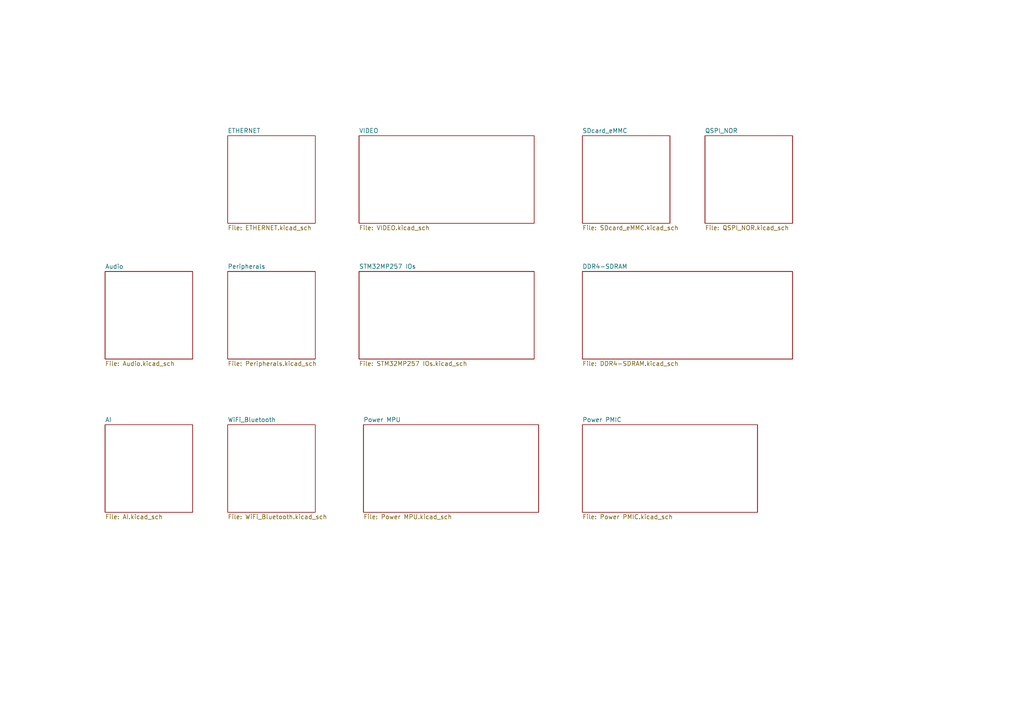
<source format=kicad_sch>
(kicad_sch
	(version 20250114)
	(generator "eeschema")
	(generator_version "9.0")
	(uuid "be544617-72ee-40b0-aa7e-c50946fb785a")
	(paper "A4")
	(title_block
		(title "MES Main Board")
		(date "2025-01-21")
		(rev "1.0")
		(company "Robotics")
	)
	(lib_symbols)
	(sheet
		(at 168.91 39.37)
		(size 25.4 25.4)
		(exclude_from_sim no)
		(in_bom yes)
		(on_board yes)
		(dnp no)
		(fields_autoplaced yes)
		(stroke
			(width 0.1524)
			(type solid)
		)
		(fill
			(color 0 0 0 0.0000)
		)
		(uuid "03e9b00b-72bf-4a66-bf38-637b2404b7cb")
		(property "Sheetname" "SDcard_eMMC"
			(at 168.91 38.6584 0)
			(effects
				(font
					(size 1.27 1.27)
				)
				(justify left bottom)
			)
		)
		(property "Sheetfile" "SDcard_eMMC.kicad_sch"
			(at 168.91 65.3546 0)
			(effects
				(font
					(size 1.27 1.27)
				)
				(justify left top)
			)
		)
		(instances
			(project "MES Main Board"
				(path "/be544617-72ee-40b0-aa7e-c50946fb785a"
					(page "6")
				)
			)
		)
	)
	(sheet
		(at 66.04 39.37)
		(size 25.4 25.4)
		(exclude_from_sim no)
		(in_bom yes)
		(on_board yes)
		(dnp no)
		(fields_autoplaced yes)
		(stroke
			(width 0.1524)
			(type solid)
		)
		(fill
			(color 0 0 0 0.0000)
		)
		(uuid "0a55e677-55f6-454d-b5b0-668472d99a26")
		(property "Sheetname" "ETHERNET"
			(at 66.04 38.6584 0)
			(effects
				(font
					(size 1.27 1.27)
				)
				(justify left bottom)
			)
		)
		(property "Sheetfile" "ETHERNET.kicad_sch"
			(at 66.04 65.3546 0)
			(effects
				(font
					(size 1.27 1.27)
				)
				(justify left top)
			)
		)
		(instances
			(project "MES Main Board"
				(path "/be544617-72ee-40b0-aa7e-c50946fb785a"
					(page "11")
				)
			)
		)
	)
	(sheet
		(at 104.14 39.37)
		(size 50.8 25.4)
		(exclude_from_sim no)
		(in_bom yes)
		(on_board yes)
		(dnp no)
		(fields_autoplaced yes)
		(stroke
			(width 0.1524)
			(type solid)
		)
		(fill
			(color 0 0 0 0.0000)
		)
		(uuid "0bd439ab-3e71-48f6-b227-2f88a2c6de0f")
		(property "Sheetname" "VIDEO"
			(at 104.14 38.6584 0)
			(effects
				(font
					(size 1.27 1.27)
				)
				(justify left bottom)
			)
		)
		(property "Sheetfile" "VIDEO.kicad_sch"
			(at 104.14 65.3546 0)
			(effects
				(font
					(size 1.27 1.27)
				)
				(justify left top)
			)
		)
		(instances
			(project "MES Main Board"
				(path "/be544617-72ee-40b0-aa7e-c50946fb785a"
					(page "8")
				)
			)
		)
	)
	(sheet
		(at 66.04 78.74)
		(size 25.4 25.4)
		(exclude_from_sim no)
		(in_bom yes)
		(on_board yes)
		(dnp no)
		(fields_autoplaced yes)
		(stroke
			(width 0.1524)
			(type solid)
		)
		(fill
			(color 0 0 0 0.0000)
		)
		(uuid "135a5809-9728-45ad-9224-6d96cb0e8113")
		(property "Sheetname" "Peripherals"
			(at 66.04 78.0284 0)
			(effects
				(font
					(size 1.27 1.27)
				)
				(justify left bottom)
			)
		)
		(property "Sheetfile" "Peripherals.kicad_sch"
			(at 66.04 104.7246 0)
			(effects
				(font
					(size 1.27 1.27)
				)
				(justify left top)
			)
		)
		(instances
			(project "MES Main Board"
				(path "/be544617-72ee-40b0-aa7e-c50946fb785a"
					(page "9")
				)
			)
		)
	)
	(sheet
		(at 30.48 78.74)
		(size 25.4 25.4)
		(exclude_from_sim no)
		(in_bom yes)
		(on_board yes)
		(dnp no)
		(fields_autoplaced yes)
		(stroke
			(width 0.1524)
			(type solid)
		)
		(fill
			(color 0 0 0 0.0000)
		)
		(uuid "249669ca-4e42-4825-8b6b-f3fe89587a43")
		(property "Sheetname" "Audio"
			(at 30.48 78.0284 0)
			(effects
				(font
					(size 1.27 1.27)
				)
				(justify left bottom)
			)
		)
		(property "Sheetfile" "Audio.kicad_sch"
			(at 30.48 104.7246 0)
			(effects
				(font
					(size 1.27 1.27)
				)
				(justify left top)
			)
		)
		(instances
			(project "MES Main Board"
				(path "/be544617-72ee-40b0-aa7e-c50946fb785a"
					(page "12")
				)
			)
		)
	)
	(sheet
		(at 168.91 123.19)
		(size 50.8 25.4)
		(exclude_from_sim no)
		(in_bom yes)
		(on_board yes)
		(dnp no)
		(fields_autoplaced yes)
		(stroke
			(width 0.1524)
			(type solid)
		)
		(fill
			(color 0 0 0 0.0000)
		)
		(uuid "6053e72e-52a8-46a7-990f-86df5d169013")
		(property "Sheetname" "Power PMIC"
			(at 168.91 122.4784 0)
			(effects
				(font
					(size 1.27 1.27)
				)
				(justify left bottom)
			)
		)
		(property "Sheetfile" "Power PMIC.kicad_sch"
			(at 168.91 149.1746 0)
			(effects
				(font
					(size 1.27 1.27)
				)
				(justify left top)
			)
		)
		(instances
			(project "MES Main Board"
				(path "/be544617-72ee-40b0-aa7e-c50946fb785a"
					(page "3")
				)
			)
		)
	)
	(sheet
		(at 66.04 123.19)
		(size 25.4 25.4)
		(exclude_from_sim no)
		(in_bom yes)
		(on_board yes)
		(dnp no)
		(fields_autoplaced yes)
		(stroke
			(width 0.1524)
			(type solid)
		)
		(fill
			(color 0 0 0 0.0000)
		)
		(uuid "99d2d3f6-7b82-4970-8305-b72394404220")
		(property "Sheetname" "WiFi_Bluetooth"
			(at 66.04 122.4784 0)
			(effects
				(font
					(size 1.27 1.27)
				)
				(justify left bottom)
			)
		)
		(property "Sheetfile" "WiFi_Bluetooth.kicad_sch"
			(at 66.04 149.1746 0)
			(effects
				(font
					(size 1.27 1.27)
				)
				(justify left top)
			)
		)
		(instances
			(project "MES Main Board"
				(path "/be544617-72ee-40b0-aa7e-c50946fb785a"
					(page "10")
				)
			)
		)
	)
	(sheet
		(at 168.91 78.74)
		(size 60.96 25.4)
		(exclude_from_sim no)
		(in_bom yes)
		(on_board yes)
		(dnp no)
		(fields_autoplaced yes)
		(stroke
			(width 0.1524)
			(type solid)
		)
		(fill
			(color 0 0 0 0.0000)
		)
		(uuid "9e21c07d-15d7-41f1-ad12-7241943f1673")
		(property "Sheetname" "DDR4-SDRAM"
			(at 168.91 78.0284 0)
			(effects
				(font
					(size 1.27 1.27)
				)
				(justify left bottom)
			)
		)
		(property "Sheetfile" "DDR4-SDRAM.kicad_sch"
			(at 168.91 104.7246 0)
			(effects
				(font
					(size 1.27 1.27)
				)
				(justify left top)
			)
		)
		(instances
			(project "MES Main Board"
				(path "/be544617-72ee-40b0-aa7e-c50946fb785a"
					(page "5")
				)
			)
		)
	)
	(sheet
		(at 204.47 39.37)
		(size 25.4 25.4)
		(exclude_from_sim no)
		(in_bom yes)
		(on_board yes)
		(dnp no)
		(fields_autoplaced yes)
		(stroke
			(width 0.1524)
			(type solid)
		)
		(fill
			(color 0 0 0 0.0000)
		)
		(uuid "adf7bcff-ae8b-4142-8b44-e2aa98b9373a")
		(property "Sheetname" "QSPI_NOR"
			(at 204.47 38.6584 0)
			(effects
				(font
					(size 1.27 1.27)
				)
				(justify left bottom)
			)
		)
		(property "Sheetfile" "QSPI_NOR.kicad_sch"
			(at 204.47 65.3546 0)
			(effects
				(font
					(size 1.27 1.27)
				)
				(justify left top)
			)
		)
		(instances
			(project "MES Main Board"
				(path "/be544617-72ee-40b0-aa7e-c50946fb785a"
					(page "7")
				)
			)
		)
	)
	(sheet
		(at 105.41 123.19)
		(size 50.8 25.4)
		(exclude_from_sim no)
		(in_bom yes)
		(on_board yes)
		(dnp no)
		(fields_autoplaced yes)
		(stroke
			(width 0.1524)
			(type solid)
		)
		(fill
			(color 0 0 0 0.0000)
		)
		(uuid "c0c9014d-2e4e-49ce-b893-eecaeb1cc364")
		(property "Sheetname" "Power MPU"
			(at 105.41 122.4784 0)
			(effects
				(font
					(size 1.27 1.27)
				)
				(justify left bottom)
			)
		)
		(property "Sheetfile" "Power MPU.kicad_sch"
			(at 105.41 149.1746 0)
			(effects
				(font
					(size 1.27 1.27)
				)
				(justify left top)
			)
		)
		(instances
			(project "MES Main Board"
				(path "/be544617-72ee-40b0-aa7e-c50946fb785a"
					(page "4")
				)
			)
		)
	)
	(sheet
		(at 104.14 78.74)
		(size 50.8 25.4)
		(exclude_from_sim no)
		(in_bom yes)
		(on_board yes)
		(dnp no)
		(fields_autoplaced yes)
		(stroke
			(width 0.1524)
			(type solid)
		)
		(fill
			(color 0 0 0 0.0000)
		)
		(uuid "c2fcc414-1045-4424-8227-538cd42ec36a")
		(property "Sheetname" "STM32MP257 IOs"
			(at 104.14 78.0284 0)
			(effects
				(font
					(size 1.27 1.27)
				)
				(justify left bottom)
			)
		)
		(property "Sheetfile" "STM32MP257 IOs.kicad_sch"
			(at 104.14 104.7246 0)
			(effects
				(font
					(size 1.27 1.27)
				)
				(justify left top)
			)
		)
		(instances
			(project "MES Main Board"
				(path "/be544617-72ee-40b0-aa7e-c50946fb785a"
					(page "2")
				)
			)
		)
	)
	(sheet
		(at 30.48 123.19)
		(size 25.4 25.4)
		(exclude_from_sim no)
		(in_bom yes)
		(on_board yes)
		(dnp no)
		(fields_autoplaced yes)
		(stroke
			(width 0.1524)
			(type solid)
		)
		(fill
			(color 0 0 0 0.0000)
		)
		(uuid "d53b4a49-fe55-46f3-a143-dda13609db3c")
		(property "Sheetname" "AI"
			(at 30.48 122.4784 0)
			(effects
				(font
					(size 1.27 1.27)
				)
				(justify left bottom)
			)
		)
		(property "Sheetfile" "AI.kicad_sch"
			(at 30.48 149.1746 0)
			(effects
				(font
					(size 1.27 1.27)
				)
				(justify left top)
			)
		)
		(instances
			(project "MES Main Board"
				(path "/be544617-72ee-40b0-aa7e-c50946fb785a"
					(page "13")
				)
			)
		)
	)
	(sheet_instances
		(path "/"
			(page "1")
		)
	)
	(embedded_fonts no)
)

</source>
